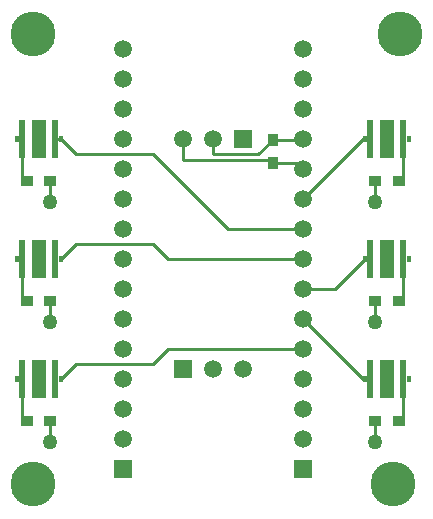
<source format=gtl>
%FSLAX25Y25*%
%MOIN*%
G70*
G01*
G75*
G04 Layer_Physical_Order=1*
G04 Layer_Color=255*
%ADD10R,0.05118X0.12992*%
%ADD11R,0.01969X0.12992*%
%ADD12R,0.01575X0.01969*%
%ADD13R,0.04331X0.03543*%
%ADD14R,0.03543X0.04331*%
%ADD15C,0.01000*%
%ADD16R,0.05906X0.05906*%
%ADD17C,0.05906*%
%ADD18R,0.05906X0.05906*%
%ADD19C,0.05000*%
%ADD20C,0.14950*%
D10*
X172000Y230000D02*
D03*
X288000Y270000D02*
D03*
X172000Y310000D02*
D03*
X288000Y230000D02*
D03*
X172000Y270000D02*
D03*
X288000Y310000D02*
D03*
D11*
X177512Y230000D02*
D03*
X166488D02*
D03*
X282488Y270000D02*
D03*
X293512D02*
D03*
X177512Y310000D02*
D03*
X166488D02*
D03*
X282488Y230000D02*
D03*
X293512D02*
D03*
X177512Y270000D02*
D03*
X166488D02*
D03*
X282488Y310000D02*
D03*
X293512D02*
D03*
D12*
X179283Y230000D02*
D03*
X164716D02*
D03*
X280716Y270000D02*
D03*
X295284D02*
D03*
X179283Y310000D02*
D03*
X164716D02*
D03*
X280716Y230000D02*
D03*
X295284D02*
D03*
X179283Y270000D02*
D03*
X164716D02*
D03*
X280716Y310000D02*
D03*
X295284D02*
D03*
D13*
X168000Y216000D02*
D03*
X175874D02*
D03*
X292000D02*
D03*
X284126D02*
D03*
X292000Y256000D02*
D03*
X284126D02*
D03*
X168000D02*
D03*
X175874D02*
D03*
X168000Y296000D02*
D03*
X175874D02*
D03*
X292000D02*
D03*
X284126D02*
D03*
D14*
X250000Y302000D02*
D03*
Y309874D02*
D03*
D15*
X175874Y289126D02*
Y296000D01*
Y248974D02*
Y256000D01*
Y208974D02*
Y216000D01*
X284126Y248926D02*
Y256000D01*
Y209026D02*
Y216000D01*
X293512Y297512D02*
Y310000D01*
Y217512D02*
Y230000D01*
X166488Y297512D02*
Y310000D01*
Y257512D02*
Y270000D01*
Y217512D02*
Y230000D01*
X284126Y289026D02*
Y296000D01*
X280000Y310000D02*
X280716D01*
X260000Y260000D02*
X270717D01*
X280716Y270000D01*
X282488D01*
X280000Y230000D02*
X280716D01*
X282488D01*
X245126Y305000D02*
X250000Y309874D01*
X259874D01*
X260000Y290000D02*
X280000Y310000D01*
X280716D01*
X282488D01*
X230000Y305000D02*
Y310000D01*
Y305000D02*
X245126D01*
X249000Y303000D02*
X250000Y302000D01*
X258000D01*
X260000Y300000D01*
X220000Y303000D02*
Y310000D01*
Y303000D02*
X249000D01*
X235000Y280000D02*
X260000D01*
X210000Y305000D02*
X235000Y280000D01*
X179283Y310000D02*
X184283Y305000D01*
X177512Y310000D02*
X179283D01*
Y270000D02*
X184283Y275000D01*
X210000D01*
X215000Y270000D01*
X293512Y257512D02*
Y270000D01*
X260000Y250000D02*
X280000Y230000D01*
X184283Y305000D02*
X210000D01*
X215000Y270000D02*
X260000D01*
X184283Y235000D02*
X210000D01*
X179283Y230000D02*
X184283Y235000D01*
X210000D02*
X215000Y240000D01*
X260000D01*
D16*
X200000Y200000D02*
D03*
X260000D02*
D03*
D17*
X200000Y210000D02*
D03*
Y220000D02*
D03*
Y230000D02*
D03*
Y240000D02*
D03*
Y250000D02*
D03*
Y260000D02*
D03*
Y270000D02*
D03*
Y280000D02*
D03*
Y290000D02*
D03*
Y300000D02*
D03*
Y310000D02*
D03*
Y320000D02*
D03*
Y330000D02*
D03*
Y340000D02*
D03*
X260000Y210000D02*
D03*
Y220000D02*
D03*
Y230000D02*
D03*
Y240000D02*
D03*
Y250000D02*
D03*
Y260000D02*
D03*
Y270000D02*
D03*
Y280000D02*
D03*
Y290000D02*
D03*
Y300000D02*
D03*
Y310000D02*
D03*
Y320000D02*
D03*
Y330000D02*
D03*
Y340000D02*
D03*
X240000Y233500D02*
D03*
X230000D02*
D03*
X220000Y310000D02*
D03*
X230000D02*
D03*
D18*
X220000Y233500D02*
D03*
X240000Y310000D02*
D03*
D19*
X175874Y289126D02*
D03*
Y248974D02*
D03*
Y208974D02*
D03*
X284126Y248926D02*
D03*
Y209026D02*
D03*
Y289026D02*
D03*
D20*
X170000Y345000D02*
D03*
X292520D02*
D03*
X290000Y195000D02*
D03*
X170000D02*
D03*
M02*

</source>
